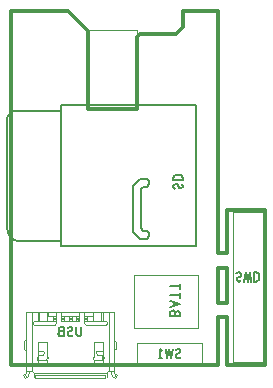
<source format=gbr>
G04 ================== begin FILE IDENTIFICATION RECORD ==================*
G04 Layout Name:  STEVAL-STLCR01V1.brd*
G04 Film Name:    STEVAL-STLCR01V1-15ASB.GBR*
G04 File Format:  Gerber RS274X*
G04 File Origin:  Cadence Allegro 16.5-P002*
G04 Origin Date:  Wed May 18 11:18:33 2016*
G04 *
G04 Layer:  REF DES/ASSEMBLY_BOTTOM*
G04 Layer:  PACKAGE GEOMETRY/ASSEMBLY_BOTTOM*
G04 Layer:  BOARD GEOMETRY/TOOLING_CORNERS*
G04 *
G04 Offset:    (0.0000 0.0000)*
G04 Mirror:    No*
G04 Mode:      Positive*
G04 Rotation:  0*
G04 FullContactRelief:  No*
G04 UndefLineWidth:     0.1000*
G04 ================== end FILE IDENTIFICATION RECORD ====================*
%FSLAX25Y25*MOMM*%
%IR0*IPPOS*OFA0.00000B0.00000*MIA0B0*SFA1.00000B1.00000*%
%ADD10C,.1*%
%ADD11C,.2*%
%ADD12C,.3*%
%ADD13C,.1524*%
G75*
%LPD*%
G75*
G54D10*
G01X126500Y120110D02*
G02X111500Y135100I-12J14988D01*
G01X156500Y-64900D02*
G02X145800Y-87900I-29984J-40D01*
G01X120800Y-108900D02*
X101500Y-86000D01*
G01X132300Y-99300D02*
X113000Y-76290D01*
G01X111490Y195100D02*
X111500Y135100D01*
G01X126500Y-64900D02*
Y450100D01*
G01X101500Y-86000D02*
X126500Y-64900D01*
G01X120800Y-108900D02*
X145800Y-87900D01*
G01X176500Y-49900D02*
X126500D01*
G01X111490Y195100D02*
G02X126500Y210110I15030J-20D01*
G01X307100Y450100D02*
X126500D01*
G01X281500Y100100D02*
G02X271500Y90100I-9977J-23D01*
G01Y120110D02*
G02X281500Y110100I-12J-10012D01*
G01X721490D02*
G02X731500Y120110I10030J-20D01*
G01Y90100D02*
G02X721490Y100100I-15J9995D01*
G01X784700Y60100D02*
G02X776000Y45100I-8655J-5003D01*
G01X702000D02*
G02X693400Y60100I27J9981D01*
G01X309700D02*
G02X301000Y45100I-8655J-5003D01*
G01X227000D02*
G02X218390Y60100I22J9984D01*
G01X891500Y135100D02*
G02X876500Y120110I-14974J-16D01*
G01X176500Y-49900D02*
G02X191500Y-64900I-8J-15008D01*
G01X811500D02*
G02X826500Y-49900I15023J-23D01*
G01X857200Y-87900D02*
G02X846500Y-64900I19308J22971D01*
G01X156500Y-49900D02*
Y-64900D01*
G01X176500Y450100D02*
Y-49900D01*
G01X191500Y-64900D02*
Y-101600D01*
G01X206500Y-85000D02*
Y-109900D01*
G01X221800Y46600D02*
Y66000D01*
G01X227000Y75100D02*
Y195090D01*
G01Y4100D02*
Y45100D01*
G01X232500D02*
Y90100D01*
G01X301000Y75100D02*
X309700Y60100D01*
G01X281500Y100100D02*
Y110100D01*
G01X301000Y4100D02*
Y45100D01*
G01Y195100D02*
Y75100D01*
G01X218390Y60100D02*
X227000Y75100D01*
G01X271500Y120110D02*
X227000Y120100D01*
G01X776000D02*
X731500Y120110D01*
G01X882200Y-108900D02*
X857200Y-87900D01*
G01X731500Y90100D02*
X776000D01*
G01X227000D02*
X271500D01*
G01X901500Y-86000D02*
X876500Y-64900D01*
G01X702000Y45100D02*
X776000D01*
G01X227000D02*
X301000D01*
G01X702000Y15100D02*
X776000D01*
G01X227000Y15110D02*
X301000Y15100D01*
G01X702000Y4100D02*
X776000D01*
G01X227000D02*
X301000D01*
G01X776000Y75100D02*
X784700Y60100D01*
G01X693400D02*
X702000Y75100D01*
G01X876500Y-49900D02*
X826500D01*
G01X702000Y75100D02*
Y195100D01*
G01Y4100D02*
Y45100D01*
G01X721490Y110100D02*
Y100100D01*
G01X811500Y-64900D02*
X191500D01*
G01X796500Y-85000D02*
X206500D01*
G01X796500Y-109900D02*
X206500D01*
G01X770500Y90100D02*
Y45100D01*
G01X776000Y4100D02*
Y45100D01*
G01Y195100D02*
Y75100D01*
G01X781300Y46600D02*
Y66000D01*
G01X796500Y-109900D02*
Y-85000D01*
G01X811500Y-101600D02*
Y-64900D01*
G01X826500Y450100D02*
Y-49900D01*
G01X846500Y-64900D02*
Y-49900D01*
G01X876500Y450100D02*
Y-64900D01*
G01X891500Y195100D02*
Y135100D01*
G01X890000Y-76300D02*
X870700Y-99300D01*
G01X901500Y-86000D02*
X882200Y-108900D01*
G01X186500Y360100D02*
G02X196500Y370100I10023J-23D01*
G01Y340100D02*
G02X186500Y350100I-8J9992D01*
G01X816500Y350110D02*
G02X806500Y340100I-9977J-33D01*
G01Y370100D02*
G02X816500Y360100I-8J-10008D01*
G01X876500Y210110D02*
G02X891500Y195100I-12J-15012D01*
G01X384000Y355100D02*
G02X368990Y340100I-14977J-23D01*
G01X439000Y370100D02*
G02X424000Y385090I-8J14992D01*
G01X579010Y385100D02*
G02X564000Y370100I-14980J-20D01*
G01X634000Y340100D02*
G02X619000Y355100I-8J14992D01*
G01X186500Y350100D02*
Y360100D01*
G01X691500Y450100D02*
X311500D01*
G01X876500D02*
X695900D01*
G01X225700D02*
Y370100D01*
G01X384000Y420100D02*
X311500D01*
G01X579000D02*
X424000D01*
G01X691500D02*
X619000D01*
G01X241000Y450100D02*
Y370100D01*
G01X263500D02*
Y375090D01*
G01X384000Y400110D02*
X359000Y400100D01*
G01X449000D02*
X424000D01*
G01X514000D02*
X489000D01*
G01X579000D02*
X554000Y400110D01*
G01X644000Y400100D02*
X619000Y400110D01*
G01X384010Y390100D02*
X359000D01*
G01X449000D02*
X424000D01*
G01X514000D02*
X489000D01*
G01X579000D02*
X553990D01*
G01X644000D02*
X619010D01*
G01X619000Y375100D02*
X739500D01*
G01X427900D02*
X575100D01*
G01X263500Y375090D02*
X384000Y375100D01*
G01X263500Y370100D02*
X196500D01*
G01X564000D02*
X439000D01*
G01X806500D02*
X739500D01*
G01X368990Y340100D02*
X196500D01*
G01X806500D02*
X634000D01*
G01X307100Y450100D02*
Y375090D01*
G01X311500Y450100D02*
Y420100D01*
G01X359000D02*
Y375100D01*
G01X384000Y450100D02*
Y355100D01*
G01X424000Y450100D02*
Y385090D01*
G01X449000Y420100D02*
Y375100D01*
G01X702000Y195100D02*
X776000D01*
G01X227000Y195090D02*
X301000Y195100D01*
G01X489000Y420100D02*
Y375100D01*
G01X514000Y420100D02*
Y375090D01*
G01X554000Y420100D02*
Y375100D01*
G01X579000Y450100D02*
X579010Y385100D01*
G01X619000Y450100D02*
Y355100D01*
G01X644000Y420100D02*
Y375100D01*
G01X691500Y450100D02*
Y420100D01*
G01X695900Y450100D02*
Y375100D01*
G01X739500Y370100D02*
Y375100D01*
G01X762000Y450100D02*
Y370100D01*
G01X777400Y450100D02*
Y370100D01*
G01X816500Y360100D02*
Y350110D01*
G01X1615000Y190000D02*
X1065000D01*
Y15000D01*
X1615000D01*
Y190000D01*
G01X655000Y2835000D02*
X1065000D01*
Y2170000D01*
X655000D01*
Y2835000D01*
G01X1040000Y315000D02*
Y765000D01*
X1580000D01*
Y315000D01*
X1040000D01*
G01X2132000Y1295000D02*
Y25000D01*
X1878000D01*
Y1295000D01*
X2132000D01*
G54D11*
G01X1150000Y1580000D02*
X1090000D01*
X1030000Y1520000D01*
Y1130000D01*
X1090000Y1070000D01*
X1150000D01*
X1170000Y1090000D01*
Y1120000D01*
X1150000Y1140000D01*
X1120000D01*
X1100000Y1160000D01*
Y1490000D01*
X1120000Y1510000D01*
X1150000D01*
X1170000Y1530000D01*
Y1560000D01*
X1150000Y1580000D01*
G54D12*
G01X0Y0D02*
X1750000D01*
Y410000D01*
X1830000D01*
Y0D01*
X2150000D01*
Y1310000D01*
X1830000D01*
Y950000D01*
X1750000D01*
Y3000000D01*
X1460000D01*
Y2860000D01*
X1400000Y2800000D01*
X1090000D01*
X1070000Y2780000D01*
Y2170000D01*
X650000D01*
Y2830000D01*
X480000Y3000000D01*
X0D01*
Y0D01*
G01X1830000Y530000D02*
X1750000D01*
Y820000D01*
X1830000D01*
Y530000D01*
G54D13*
G01X420000Y2150000D02*
X70000D01*
G03X-30000Y2050000I-25000J-75000D01*
G01Y1150000D01*
G03X70000Y1050000I100000J0D01*
G01X420000D01*
G01X596840Y323740D02*
Y267310D01*
X592950Y255500D01*
X585160Y247620D01*
X575420Y245000D01*
X565680Y247620D01*
X557890Y255500D01*
X554000Y267310D01*
Y323740D01*
G01X520450Y255500D02*
X512660Y248940D01*
X503890Y245000D01*
X496110D01*
X488320Y248940D01*
X482470Y255500D01*
X479550Y264690D01*
X481500Y273870D01*
X486370Y281740D01*
X495130Y287000D01*
X506820Y289620D01*
X513630Y294870D01*
X516550Y304050D01*
X514600Y313240D01*
X509740Y319800D01*
X502920Y323740D01*
X496110D01*
X489290Y321120D01*
X483450Y314550D01*
G01X416790Y287000D02*
X412900Y290930D01*
X409980Y297490D01*
X408030Y306680D01*
X409980Y314550D01*
X413870Y319800D01*
X420690Y323740D01*
X446970D01*
Y245000D01*
X414840D01*
X408030Y250250D01*
X404130Y258120D01*
X402190Y267310D01*
X404130Y276490D01*
X409980Y284370D01*
X416790Y287000D01*
X446970D01*
G01X420000Y2200000D02*
Y1005000D01*
X1565000D01*
Y2200000D01*
X420000D01*
G01X1435870Y70500D02*
X1428080Y63940D01*
X1419310Y60000D01*
X1411530D01*
X1403740Y63940D01*
X1397890Y70500D01*
X1394970Y79690D01*
X1396920Y88870D01*
X1401790Y96740D01*
X1410550Y102000D01*
X1422240Y104620D01*
X1429050Y109870D01*
X1431970Y119050D01*
X1430020Y128240D01*
X1425160Y134800D01*
X1418340Y138740D01*
X1411530D01*
X1404710Y136120D01*
X1398870Y129550D01*
G01X1369210Y138740D02*
X1355580Y60000D01*
X1340000Y138740D01*
X1324420Y60000D01*
X1310790Y138740D01*
G01X1264580Y60000D02*
Y138740D01*
X1276260Y122990D01*
G01Y60000D02*
X1252900D01*
G01X1392000Y449660D02*
X1395930Y453550D01*
X1402490Y456470D01*
X1411680Y458420D01*
X1419550Y456470D01*
X1424800Y452580D01*
X1428740Y445760D01*
Y419480D01*
X1350000D01*
Y451610D01*
X1355250Y458420D01*
X1363120Y462320D01*
X1372310Y464260D01*
X1381490Y462320D01*
X1389370Y456470D01*
X1392000Y449660D01*
Y419480D01*
G01X1350000Y492950D02*
X1428740Y517290D01*
X1350000Y541630D01*
G01X1377560Y532870D02*
Y501710D01*
G01X1428740Y592710D02*
X1350000D01*
G01X1428740Y570320D02*
Y615100D01*
G01Y668130D02*
X1350000D01*
G01X1428740Y645740D02*
Y690520D01*
G01X1385500Y1493760D02*
X1378940Y1501550D01*
X1375000Y1510320D01*
Y1518100D01*
X1378940Y1525890D01*
X1385500Y1531740D01*
X1394690Y1534660D01*
X1403870Y1532710D01*
X1411740Y1527840D01*
X1417000Y1519080D01*
X1419620Y1507390D01*
X1424870Y1500580D01*
X1434050Y1497660D01*
X1443240Y1499610D01*
X1449800Y1504470D01*
X1453740Y1511290D01*
Y1518100D01*
X1451120Y1524920D01*
X1444550Y1530760D01*
G01X1375000Y1568210D02*
X1453740D01*
Y1587680D01*
X1449800Y1595470D01*
X1444550Y1601310D01*
X1436680Y1606180D01*
X1427490Y1610080D01*
X1414370Y1611050D01*
X1401250Y1610080D01*
X1392060Y1606180D01*
X1384180Y1601310D01*
X1378940Y1595470D01*
X1375000Y1587680D01*
Y1568210D01*
G01X1909130Y776500D02*
X1916920Y783060D01*
X1925690Y787000D01*
X1933470D01*
X1941260Y783060D01*
X1947110Y776500D01*
X1950030Y767310D01*
X1948080Y758130D01*
X1943210Y750260D01*
X1934450Y745000D01*
X1922760Y742380D01*
X1915950Y737130D01*
X1913030Y727950D01*
X1914980Y718760D01*
X1919840Y712200D01*
X1926660Y708260D01*
X1933470D01*
X1940290Y710880D01*
X1946130Y717450D01*
G01X1975790Y708260D02*
X1989420Y787000D01*
X2005000Y708260D01*
X2020580Y787000D01*
X2034210Y708260D01*
G01X2059000Y787000D02*
Y708260D01*
X2078470D01*
X2086260Y712200D01*
X2092100Y717450D01*
X2096970Y725320D01*
X2100870Y734510D01*
X2101840Y747630D01*
X2100870Y760750D01*
X2096970Y769940D01*
X2092100Y777820D01*
X2086260Y783060D01*
X2078470Y787000D01*
X2059000D01*
M02*

</source>
